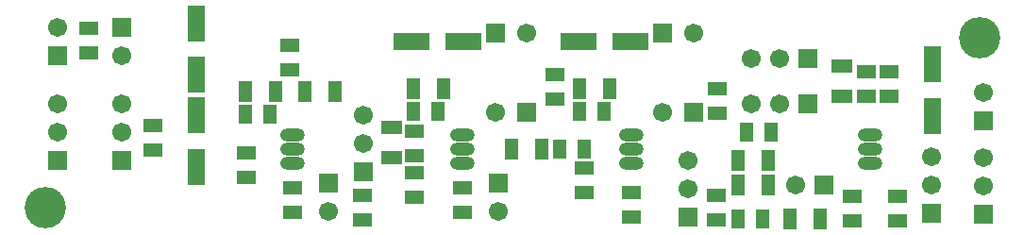
<source format=gts>
%FSLAX23Y23*%
%MOIN*%
G70*
G01*
G75*
G04 Layer_Color=8388736*
%ADD10R,0.043X0.067*%
%ADD11R,0.039X0.059*%
%ADD12R,0.059X0.039*%
%ADD13R,0.067X0.043*%
%ADD14R,0.055X0.118*%
%ADD15R,0.118X0.055*%
%ADD16C,0.025*%
%ADD17C,0.010*%
%ADD18R,0.059X0.059*%
%ADD19C,0.059*%
%ADD20O,0.079X0.039*%
%ADD21O,0.079X0.039*%
%ADD22R,0.059X0.059*%
%ADD23C,0.138*%
%ADD24C,0.050*%
%ADD25C,0.010*%
%ADD26C,0.008*%
%ADD27C,0.008*%
%ADD28C,0.005*%
%ADD29C,0.006*%
%ADD30R,0.075X0.031*%
%ADD31R,0.051X0.075*%
%ADD32R,0.047X0.067*%
%ADD33R,0.067X0.047*%
%ADD34R,0.075X0.051*%
%ADD35R,0.063X0.126*%
%ADD36R,0.126X0.063*%
%ADD37R,0.067X0.067*%
%ADD38C,0.067*%
%ADD39O,0.087X0.047*%
%ADD40O,0.087X0.047*%
%ADD41R,0.067X0.067*%
%ADD42C,0.146*%
D31*
X2143Y545D02*
D03*
X2037D02*
D03*
X1903Y330D02*
D03*
X1797D02*
D03*
X963Y535D02*
D03*
X857D02*
D03*
X1173D02*
D03*
X1067D02*
D03*
X1558Y545D02*
D03*
X1452D02*
D03*
X2703Y205D02*
D03*
X2597D02*
D03*
X2782Y85D02*
D03*
X2888D02*
D03*
X2703Y290D02*
D03*
X2597D02*
D03*
D32*
X2123Y465D02*
D03*
X2037D02*
D03*
X2053Y330D02*
D03*
X1967D02*
D03*
X943Y455D02*
D03*
X857D02*
D03*
X1538Y465D02*
D03*
X1452D02*
D03*
X2683Y85D02*
D03*
X2597D02*
D03*
X2627Y390D02*
D03*
X2713D02*
D03*
D33*
X2525Y457D02*
D03*
Y543D02*
D03*
X1015Y698D02*
D03*
Y612D02*
D03*
X1025Y107D02*
D03*
Y193D02*
D03*
X860Y232D02*
D03*
Y318D02*
D03*
X1270Y82D02*
D03*
Y168D02*
D03*
X1455Y307D02*
D03*
Y393D02*
D03*
Y162D02*
D03*
Y248D02*
D03*
X1625Y107D02*
D03*
Y193D02*
D03*
X2055Y177D02*
D03*
Y263D02*
D03*
X2220Y92D02*
D03*
Y178D02*
D03*
X1950Y507D02*
D03*
Y593D02*
D03*
X530Y327D02*
D03*
Y413D02*
D03*
X305Y672D02*
D03*
Y758D02*
D03*
X3000Y77D02*
D03*
Y163D02*
D03*
X3160Y77D02*
D03*
Y163D02*
D03*
X2520Y82D02*
D03*
Y168D02*
D03*
X3130Y517D02*
D03*
Y603D02*
D03*
X3050Y517D02*
D03*
Y603D02*
D03*
D34*
X1375Y408D02*
D03*
Y302D02*
D03*
X2965Y517D02*
D03*
Y623D02*
D03*
D35*
X685Y269D02*
D03*
Y451D02*
D03*
Y594D02*
D03*
Y776D02*
D03*
X3285Y449D02*
D03*
Y631D02*
D03*
D36*
X1444Y710D02*
D03*
X1626D02*
D03*
X2034D02*
D03*
X2216D02*
D03*
D37*
X2330Y740D02*
D03*
X2440Y460D02*
D03*
X1750Y210D02*
D03*
X1740Y740D02*
D03*
X1850Y460D02*
D03*
X1275Y250D02*
D03*
X1150Y210D02*
D03*
X195Y290D02*
D03*
X420D02*
D03*
Y760D02*
D03*
X195Y660D02*
D03*
X2420Y90D02*
D03*
X3280Y105D02*
D03*
X3465Y100D02*
D03*
Y430D02*
D03*
D38*
X2330Y460D02*
D03*
X2440Y740D02*
D03*
X1750Y110D02*
D03*
X1740Y460D02*
D03*
X1850Y740D02*
D03*
X1275Y350D02*
D03*
Y450D02*
D03*
X1150Y110D02*
D03*
X195Y390D02*
D03*
Y490D02*
D03*
X420Y390D02*
D03*
Y490D02*
D03*
Y660D02*
D03*
X195Y760D02*
D03*
X2800Y205D02*
D03*
X2420Y190D02*
D03*
Y290D02*
D03*
X2745Y650D02*
D03*
X2645D02*
D03*
X2745Y490D02*
D03*
X2645D02*
D03*
X3280Y205D02*
D03*
Y305D02*
D03*
X3465Y200D02*
D03*
Y300D02*
D03*
Y530D02*
D03*
D39*
X1025Y380D02*
D03*
Y280D02*
D03*
X1625Y380D02*
D03*
Y280D02*
D03*
X2220Y380D02*
D03*
Y280D02*
D03*
X3065Y380D02*
D03*
Y280D02*
D03*
D40*
X1025Y330D02*
D03*
X1625D02*
D03*
X2220D02*
D03*
X3065D02*
D03*
D41*
X2900Y205D02*
D03*
X2845Y650D02*
D03*
Y490D02*
D03*
D42*
X150Y125D02*
D03*
X3450Y725D02*
D03*
M02*

</source>
